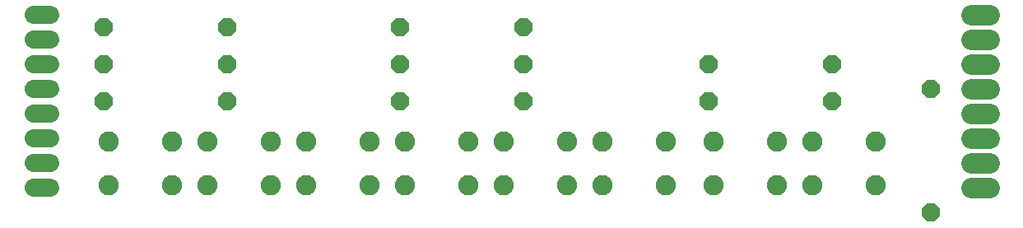
<source format=gbr>
G04 EAGLE Gerber X2 export*
G04 #@! %TF.Part,Single*
G04 #@! %TF.FileFunction,Soldermask,Bot,1*
G04 #@! %TF.FilePolarity,Negative*
G04 #@! %TF.GenerationSoftware,Autodesk,EAGLE,9.0.0*
G04 #@! %TF.CreationDate,2019-08-08T19:12:45Z*
G75*
%MOMM*%
%FSLAX34Y34*%
%LPD*%
%AMOC8*
5,1,8,0,0,1.08239X$1,22.5*%
G01*
%ADD10C,2.082800*%
%ADD11C,1.879600*%
%ADD12C,2.082800*%
%ADD13P,2.034460X8X202.500000*%
%ADD14P,2.034460X8X22.500000*%
%ADD15P,2.034460X8X112.500000*%


D10*
X1044702Y50800D02*
X1063498Y50800D01*
X1063498Y76200D02*
X1044702Y76200D01*
X1044702Y101600D02*
X1063498Y101600D01*
X1063498Y127000D02*
X1044702Y127000D01*
X1044702Y152400D02*
X1063498Y152400D01*
X1063498Y177800D02*
X1044702Y177800D01*
X1044702Y203200D02*
X1063498Y203200D01*
X1063498Y228600D02*
X1044702Y228600D01*
D11*
X97282Y228600D02*
X80518Y228600D01*
X80518Y203200D02*
X97282Y203200D01*
X97282Y177800D02*
X80518Y177800D01*
X80518Y152400D02*
X97282Y152400D01*
X97282Y127000D02*
X80518Y127000D01*
X80518Y101600D02*
X97282Y101600D01*
X97282Y76200D02*
X80518Y76200D01*
X80518Y50800D02*
X97282Y50800D01*
D12*
X157988Y98806D03*
X223012Y98806D03*
X157988Y53594D03*
X223012Y53594D03*
X259588Y98806D03*
X324612Y98806D03*
X259588Y53594D03*
X324612Y53594D03*
X361188Y98806D03*
X426212Y98806D03*
X361188Y53594D03*
X426212Y53594D03*
X462788Y98806D03*
X527812Y98806D03*
X462788Y53594D03*
X527812Y53594D03*
X564388Y98806D03*
X629412Y98806D03*
X564388Y53594D03*
X629412Y53594D03*
X665988Y98806D03*
X731012Y98806D03*
X665988Y53594D03*
X731012Y53594D03*
D13*
X279400Y139700D03*
X152400Y139700D03*
D14*
X152400Y177800D03*
X279400Y177800D03*
X152400Y215900D03*
X279400Y215900D03*
D13*
X584200Y139700D03*
X457200Y139700D03*
D14*
X457200Y177800D03*
X584200Y177800D03*
X457200Y215900D03*
X584200Y215900D03*
D12*
X780288Y98806D03*
X845312Y98806D03*
X780288Y53594D03*
X845312Y53594D03*
X881888Y98806D03*
X946912Y98806D03*
X881888Y53594D03*
X946912Y53594D03*
D13*
X901700Y139700D03*
X774700Y139700D03*
D14*
X774700Y177800D03*
X901700Y177800D03*
D15*
X1003300Y25400D03*
X1003300Y152400D03*
M02*

</source>
